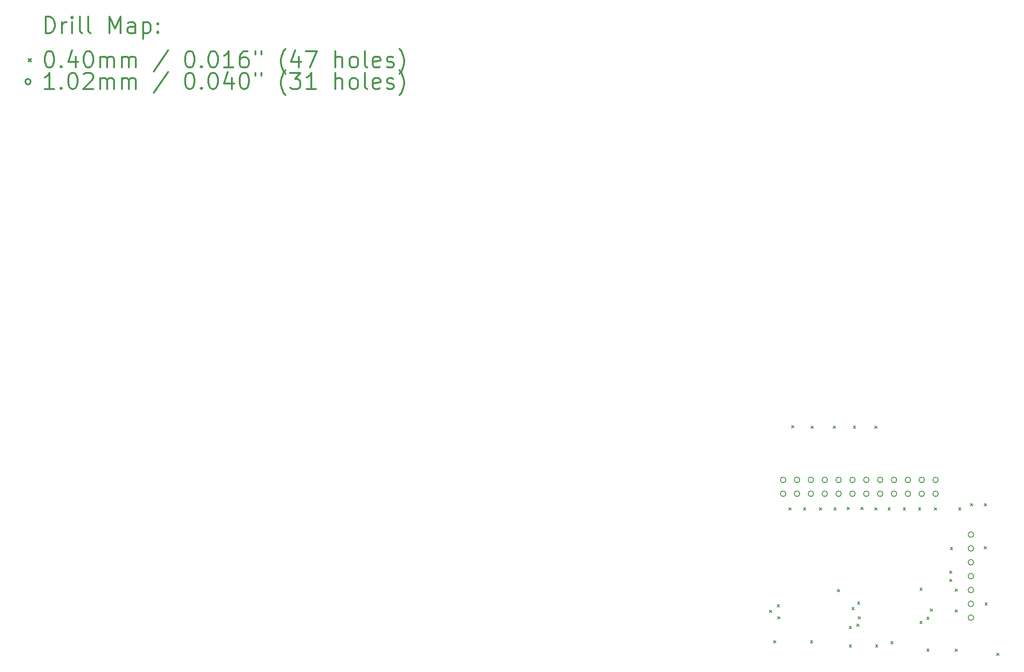
<source format=gbr>
%FSLAX45Y45*%
G04 Gerber Fmt 4.5, Leading zero omitted, Abs format (unit mm)*
G04 Created by KiCad (PCBNEW 4.0.6) date 12/20/17 19:23:42*
%MOMM*%
%LPD*%
G01*
G04 APERTURE LIST*
%ADD10C,0.127000*%
%ADD11C,0.200000*%
%ADD12C,0.300000*%
G04 APERTURE END LIST*
D10*
D11*
X13543600Y-11054400D02*
X13583600Y-11094400D01*
X13583600Y-11054400D02*
X13543600Y-11094400D01*
X13619800Y-11613200D02*
X13659800Y-11653200D01*
X13659800Y-11613200D02*
X13619800Y-11653200D01*
X13683300Y-10952800D02*
X13723300Y-10992800D01*
X13723300Y-10952800D02*
X13683300Y-10992800D01*
X13696000Y-11168700D02*
X13736000Y-11208700D01*
X13736000Y-11168700D02*
X13696000Y-11208700D01*
X13899200Y-9174800D02*
X13939200Y-9214800D01*
X13939200Y-9174800D02*
X13899200Y-9214800D01*
X13950000Y-7663500D02*
X13990000Y-7703500D01*
X13990000Y-7663500D02*
X13950000Y-7703500D01*
X14165900Y-9174800D02*
X14205900Y-9214800D01*
X14205900Y-9174800D02*
X14165900Y-9214800D01*
X14292900Y-11613200D02*
X14332900Y-11653200D01*
X14332900Y-11613200D02*
X14292900Y-11653200D01*
X14305600Y-7676200D02*
X14345600Y-7716200D01*
X14345600Y-7676200D02*
X14305600Y-7716200D01*
X14458000Y-9174800D02*
X14498000Y-9214800D01*
X14498000Y-9174800D02*
X14458000Y-9214800D01*
X14712000Y-7676200D02*
X14752000Y-7716200D01*
X14752000Y-7676200D02*
X14712000Y-7716200D01*
X14724700Y-9174800D02*
X14764700Y-9214800D01*
X14764700Y-9174800D02*
X14724700Y-9214800D01*
X14788200Y-10673400D02*
X14828200Y-10713400D01*
X14828200Y-10673400D02*
X14788200Y-10713400D01*
X14966000Y-9162100D02*
X15006000Y-9202100D01*
X15006000Y-9162100D02*
X14966000Y-9202100D01*
X15004100Y-11346500D02*
X15044100Y-11386500D01*
X15044100Y-11346500D02*
X15004100Y-11386500D01*
X15004100Y-11689400D02*
X15044100Y-11729400D01*
X15044100Y-11689400D02*
X15004100Y-11729400D01*
X15054900Y-11003600D02*
X15094900Y-11043600D01*
X15094900Y-11003600D02*
X15054900Y-11043600D01*
X15080300Y-7676200D02*
X15120300Y-7716200D01*
X15120300Y-7676200D02*
X15080300Y-7716200D01*
X15143800Y-11308400D02*
X15183800Y-11348400D01*
X15183800Y-11308400D02*
X15143800Y-11348400D01*
X15156500Y-10902000D02*
X15196500Y-10942000D01*
X15196500Y-10902000D02*
X15156500Y-10942000D01*
X15169200Y-11168700D02*
X15209200Y-11208700D01*
X15209200Y-11168700D02*
X15169200Y-11208700D01*
X15220000Y-9162100D02*
X15260000Y-9202100D01*
X15260000Y-9162100D02*
X15220000Y-9202100D01*
X15474000Y-7676200D02*
X15514000Y-7716200D01*
X15514000Y-7676200D02*
X15474000Y-7716200D01*
X15474000Y-9174800D02*
X15514000Y-9214800D01*
X15514000Y-9174800D02*
X15474000Y-9214800D01*
X15486700Y-11689400D02*
X15526700Y-11729400D01*
X15526700Y-11689400D02*
X15486700Y-11729400D01*
X15715300Y-9174800D02*
X15755300Y-9214800D01*
X15755300Y-9174800D02*
X15715300Y-9214800D01*
X15766100Y-11625900D02*
X15806100Y-11665900D01*
X15806100Y-11625900D02*
X15766100Y-11665900D01*
X15994700Y-9174800D02*
X16034700Y-9214800D01*
X16034700Y-9174800D02*
X15994700Y-9214800D01*
X16274100Y-9174800D02*
X16314100Y-9214800D01*
X16314100Y-9174800D02*
X16274100Y-9214800D01*
X16299500Y-10648000D02*
X16339500Y-10688000D01*
X16339500Y-10648000D02*
X16299500Y-10688000D01*
X16299500Y-11257600D02*
X16339500Y-11297600D01*
X16339500Y-11257600D02*
X16299500Y-11297600D01*
X16426500Y-11181400D02*
X16466500Y-11221400D01*
X16466500Y-11181400D02*
X16426500Y-11221400D01*
X16426500Y-11765600D02*
X16466500Y-11805600D01*
X16466500Y-11765600D02*
X16426500Y-11805600D01*
X16490000Y-11029000D02*
X16530000Y-11069000D01*
X16530000Y-11029000D02*
X16490000Y-11069000D01*
X16566200Y-9174800D02*
X16606200Y-9214800D01*
X16606200Y-9174800D02*
X16566200Y-9214800D01*
X16845600Y-10330500D02*
X16885600Y-10370500D01*
X16885600Y-10330500D02*
X16845600Y-10370500D01*
X16845600Y-10482900D02*
X16885600Y-10522900D01*
X16885600Y-10482900D02*
X16845600Y-10522900D01*
X16858300Y-9898700D02*
X16898300Y-9938700D01*
X16898300Y-9898700D02*
X16858300Y-9938700D01*
X16947200Y-10660700D02*
X16987200Y-10700700D01*
X16987200Y-10660700D02*
X16947200Y-10700700D01*
X16947200Y-11041700D02*
X16987200Y-11081700D01*
X16987200Y-11041700D02*
X16947200Y-11081700D01*
X16947200Y-11765600D02*
X16987200Y-11805600D01*
X16987200Y-11765600D02*
X16947200Y-11805600D01*
X17010700Y-9174800D02*
X17050700Y-9214800D01*
X17050700Y-9174800D02*
X17010700Y-9214800D01*
X17226600Y-9098600D02*
X17266600Y-9138600D01*
X17266600Y-9098600D02*
X17226600Y-9138600D01*
X17480600Y-9098600D02*
X17520600Y-9138600D01*
X17520600Y-9098600D02*
X17480600Y-9138600D01*
X17480600Y-9886000D02*
X17520600Y-9926000D01*
X17520600Y-9886000D02*
X17480600Y-9926000D01*
X17493300Y-10914700D02*
X17533300Y-10954700D01*
X17533300Y-10914700D02*
X17493300Y-10954700D01*
X17709200Y-11841800D02*
X17749200Y-11881800D01*
X17749200Y-11841800D02*
X17709200Y-11881800D01*
X13843000Y-8661400D02*
G75*
G03X13843000Y-8661400I-50800J0D01*
G01*
X13843000Y-8915400D02*
G75*
G03X13843000Y-8915400I-50800J0D01*
G01*
X14097000Y-8661400D02*
G75*
G03X14097000Y-8661400I-50800J0D01*
G01*
X14097000Y-8915400D02*
G75*
G03X14097000Y-8915400I-50800J0D01*
G01*
X14351000Y-8661400D02*
G75*
G03X14351000Y-8661400I-50800J0D01*
G01*
X14351000Y-8915400D02*
G75*
G03X14351000Y-8915400I-50800J0D01*
G01*
X14605000Y-8661400D02*
G75*
G03X14605000Y-8661400I-50800J0D01*
G01*
X14605000Y-8915400D02*
G75*
G03X14605000Y-8915400I-50800J0D01*
G01*
X14859000Y-8661400D02*
G75*
G03X14859000Y-8661400I-50800J0D01*
G01*
X14859000Y-8915400D02*
G75*
G03X14859000Y-8915400I-50800J0D01*
G01*
X15113000Y-8661400D02*
G75*
G03X15113000Y-8661400I-50800J0D01*
G01*
X15113000Y-8915400D02*
G75*
G03X15113000Y-8915400I-50800J0D01*
G01*
X15367000Y-8661400D02*
G75*
G03X15367000Y-8661400I-50800J0D01*
G01*
X15367000Y-8915400D02*
G75*
G03X15367000Y-8915400I-50800J0D01*
G01*
X15621000Y-8661400D02*
G75*
G03X15621000Y-8661400I-50800J0D01*
G01*
X15621000Y-8915400D02*
G75*
G03X15621000Y-8915400I-50800J0D01*
G01*
X15875000Y-8661400D02*
G75*
G03X15875000Y-8661400I-50800J0D01*
G01*
X15875000Y-8915400D02*
G75*
G03X15875000Y-8915400I-50800J0D01*
G01*
X16129000Y-8661400D02*
G75*
G03X16129000Y-8661400I-50800J0D01*
G01*
X16129000Y-8915400D02*
G75*
G03X16129000Y-8915400I-50800J0D01*
G01*
X16383000Y-8661400D02*
G75*
G03X16383000Y-8661400I-50800J0D01*
G01*
X16383000Y-8915400D02*
G75*
G03X16383000Y-8915400I-50800J0D01*
G01*
X16637000Y-8661400D02*
G75*
G03X16637000Y-8661400I-50800J0D01*
G01*
X16637000Y-8915400D02*
G75*
G03X16637000Y-8915400I-50800J0D01*
G01*
X17284700Y-9664700D02*
G75*
G03X17284700Y-9664700I-50800J0D01*
G01*
X17284700Y-9918700D02*
G75*
G03X17284700Y-9918700I-50800J0D01*
G01*
X17284700Y-10172700D02*
G75*
G03X17284700Y-10172700I-50800J0D01*
G01*
X17284700Y-10426700D02*
G75*
G03X17284700Y-10426700I-50800J0D01*
G01*
X17284700Y-10680700D02*
G75*
G03X17284700Y-10680700I-50800J0D01*
G01*
X17284700Y-10934700D02*
G75*
G03X17284700Y-10934700I-50800J0D01*
G01*
X17284700Y-11188700D02*
G75*
G03X17284700Y-11188700I-50800J0D01*
G01*
D12*
X271429Y-465714D02*
X271429Y-165714D01*
X342857Y-165714D01*
X385714Y-180000D01*
X414286Y-208571D01*
X428571Y-237143D01*
X442857Y-294286D01*
X442857Y-337143D01*
X428571Y-394286D01*
X414286Y-422857D01*
X385714Y-451429D01*
X342857Y-465714D01*
X271429Y-465714D01*
X571429Y-465714D02*
X571429Y-265714D01*
X571429Y-322857D02*
X585714Y-294286D01*
X600000Y-280000D01*
X628571Y-265714D01*
X657143Y-265714D01*
X757143Y-465714D02*
X757143Y-265714D01*
X757143Y-165714D02*
X742857Y-180000D01*
X757143Y-194286D01*
X771429Y-180000D01*
X757143Y-165714D01*
X757143Y-194286D01*
X942857Y-465714D02*
X914286Y-451429D01*
X900000Y-422857D01*
X900000Y-165714D01*
X1100000Y-465714D02*
X1071429Y-451429D01*
X1057143Y-422857D01*
X1057143Y-165714D01*
X1442857Y-465714D02*
X1442857Y-165714D01*
X1542857Y-380000D01*
X1642857Y-165714D01*
X1642857Y-465714D01*
X1914286Y-465714D02*
X1914286Y-308571D01*
X1900000Y-280000D01*
X1871429Y-265714D01*
X1814286Y-265714D01*
X1785714Y-280000D01*
X1914286Y-451429D02*
X1885714Y-465714D01*
X1814286Y-465714D01*
X1785714Y-451429D01*
X1771429Y-422857D01*
X1771429Y-394286D01*
X1785714Y-365714D01*
X1814286Y-351429D01*
X1885714Y-351429D01*
X1914286Y-337143D01*
X2057143Y-265714D02*
X2057143Y-565714D01*
X2057143Y-280000D02*
X2085714Y-265714D01*
X2142857Y-265714D01*
X2171429Y-280000D01*
X2185714Y-294286D01*
X2200000Y-322857D01*
X2200000Y-408571D01*
X2185714Y-437143D01*
X2171429Y-451429D01*
X2142857Y-465714D01*
X2085714Y-465714D01*
X2057143Y-451429D01*
X2328572Y-437143D02*
X2342857Y-451429D01*
X2328572Y-465714D01*
X2314286Y-451429D01*
X2328572Y-437143D01*
X2328572Y-465714D01*
X2328572Y-280000D02*
X2342857Y-294286D01*
X2328572Y-308571D01*
X2314286Y-294286D01*
X2328572Y-280000D01*
X2328572Y-308571D01*
X-40000Y-940000D02*
X0Y-980000D01*
X0Y-940000D02*
X-40000Y-980000D01*
X328571Y-795714D02*
X357143Y-795714D01*
X385714Y-810000D01*
X400000Y-824286D01*
X414286Y-852857D01*
X428571Y-910000D01*
X428571Y-981429D01*
X414286Y-1038571D01*
X400000Y-1067143D01*
X385714Y-1081429D01*
X357143Y-1095714D01*
X328571Y-1095714D01*
X300000Y-1081429D01*
X285714Y-1067143D01*
X271429Y-1038571D01*
X257143Y-981429D01*
X257143Y-910000D01*
X271429Y-852857D01*
X285714Y-824286D01*
X300000Y-810000D01*
X328571Y-795714D01*
X557143Y-1067143D02*
X571429Y-1081429D01*
X557143Y-1095714D01*
X542857Y-1081429D01*
X557143Y-1067143D01*
X557143Y-1095714D01*
X828571Y-895714D02*
X828571Y-1095714D01*
X757143Y-781429D02*
X685714Y-995714D01*
X871428Y-995714D01*
X1042857Y-795714D02*
X1071429Y-795714D01*
X1100000Y-810000D01*
X1114286Y-824286D01*
X1128571Y-852857D01*
X1142857Y-910000D01*
X1142857Y-981429D01*
X1128571Y-1038571D01*
X1114286Y-1067143D01*
X1100000Y-1081429D01*
X1071429Y-1095714D01*
X1042857Y-1095714D01*
X1014286Y-1081429D01*
X1000000Y-1067143D01*
X985714Y-1038571D01*
X971429Y-981429D01*
X971429Y-910000D01*
X985714Y-852857D01*
X1000000Y-824286D01*
X1014286Y-810000D01*
X1042857Y-795714D01*
X1271429Y-1095714D02*
X1271429Y-895714D01*
X1271429Y-924286D02*
X1285714Y-910000D01*
X1314286Y-895714D01*
X1357143Y-895714D01*
X1385714Y-910000D01*
X1400000Y-938571D01*
X1400000Y-1095714D01*
X1400000Y-938571D02*
X1414286Y-910000D01*
X1442857Y-895714D01*
X1485714Y-895714D01*
X1514286Y-910000D01*
X1528571Y-938571D01*
X1528571Y-1095714D01*
X1671429Y-1095714D02*
X1671429Y-895714D01*
X1671429Y-924286D02*
X1685714Y-910000D01*
X1714286Y-895714D01*
X1757143Y-895714D01*
X1785714Y-910000D01*
X1800000Y-938571D01*
X1800000Y-1095714D01*
X1800000Y-938571D02*
X1814286Y-910000D01*
X1842857Y-895714D01*
X1885714Y-895714D01*
X1914286Y-910000D01*
X1928571Y-938571D01*
X1928571Y-1095714D01*
X2514286Y-781429D02*
X2257143Y-1167143D01*
X2900000Y-795714D02*
X2928571Y-795714D01*
X2957143Y-810000D01*
X2971428Y-824286D01*
X2985714Y-852857D01*
X3000000Y-910000D01*
X3000000Y-981429D01*
X2985714Y-1038571D01*
X2971428Y-1067143D01*
X2957143Y-1081429D01*
X2928571Y-1095714D01*
X2900000Y-1095714D01*
X2871428Y-1081429D01*
X2857143Y-1067143D01*
X2842857Y-1038571D01*
X2828571Y-981429D01*
X2828571Y-910000D01*
X2842857Y-852857D01*
X2857143Y-824286D01*
X2871428Y-810000D01*
X2900000Y-795714D01*
X3128571Y-1067143D02*
X3142857Y-1081429D01*
X3128571Y-1095714D01*
X3114286Y-1081429D01*
X3128571Y-1067143D01*
X3128571Y-1095714D01*
X3328571Y-795714D02*
X3357143Y-795714D01*
X3385714Y-810000D01*
X3400000Y-824286D01*
X3414286Y-852857D01*
X3428571Y-910000D01*
X3428571Y-981429D01*
X3414286Y-1038571D01*
X3400000Y-1067143D01*
X3385714Y-1081429D01*
X3357143Y-1095714D01*
X3328571Y-1095714D01*
X3300000Y-1081429D01*
X3285714Y-1067143D01*
X3271428Y-1038571D01*
X3257143Y-981429D01*
X3257143Y-910000D01*
X3271428Y-852857D01*
X3285714Y-824286D01*
X3300000Y-810000D01*
X3328571Y-795714D01*
X3714286Y-1095714D02*
X3542857Y-1095714D01*
X3628571Y-1095714D02*
X3628571Y-795714D01*
X3600000Y-838571D01*
X3571428Y-867143D01*
X3542857Y-881429D01*
X3971428Y-795714D02*
X3914286Y-795714D01*
X3885714Y-810000D01*
X3871428Y-824286D01*
X3842857Y-867143D01*
X3828571Y-924286D01*
X3828571Y-1038571D01*
X3842857Y-1067143D01*
X3857143Y-1081429D01*
X3885714Y-1095714D01*
X3942857Y-1095714D01*
X3971428Y-1081429D01*
X3985714Y-1067143D01*
X4000000Y-1038571D01*
X4000000Y-967143D01*
X3985714Y-938571D01*
X3971428Y-924286D01*
X3942857Y-910000D01*
X3885714Y-910000D01*
X3857143Y-924286D01*
X3842857Y-938571D01*
X3828571Y-967143D01*
X4114286Y-795714D02*
X4114286Y-852857D01*
X4228571Y-795714D02*
X4228571Y-852857D01*
X4671429Y-1210000D02*
X4657143Y-1195714D01*
X4628571Y-1152857D01*
X4614286Y-1124286D01*
X4600000Y-1081429D01*
X4585714Y-1010000D01*
X4585714Y-952857D01*
X4600000Y-881429D01*
X4614286Y-838571D01*
X4628571Y-810000D01*
X4657143Y-767143D01*
X4671429Y-752857D01*
X4914286Y-895714D02*
X4914286Y-1095714D01*
X4842857Y-781429D02*
X4771429Y-995714D01*
X4957143Y-995714D01*
X5042857Y-795714D02*
X5242857Y-795714D01*
X5114286Y-1095714D01*
X5585714Y-1095714D02*
X5585714Y-795714D01*
X5714286Y-1095714D02*
X5714286Y-938571D01*
X5700000Y-910000D01*
X5671428Y-895714D01*
X5628571Y-895714D01*
X5600000Y-910000D01*
X5585714Y-924286D01*
X5900000Y-1095714D02*
X5871428Y-1081429D01*
X5857143Y-1067143D01*
X5842857Y-1038571D01*
X5842857Y-952857D01*
X5857143Y-924286D01*
X5871428Y-910000D01*
X5900000Y-895714D01*
X5942857Y-895714D01*
X5971428Y-910000D01*
X5985714Y-924286D01*
X6000000Y-952857D01*
X6000000Y-1038571D01*
X5985714Y-1067143D01*
X5971428Y-1081429D01*
X5942857Y-1095714D01*
X5900000Y-1095714D01*
X6171428Y-1095714D02*
X6142857Y-1081429D01*
X6128571Y-1052857D01*
X6128571Y-795714D01*
X6400000Y-1081429D02*
X6371429Y-1095714D01*
X6314286Y-1095714D01*
X6285714Y-1081429D01*
X6271429Y-1052857D01*
X6271429Y-938571D01*
X6285714Y-910000D01*
X6314286Y-895714D01*
X6371429Y-895714D01*
X6400000Y-910000D01*
X6414286Y-938571D01*
X6414286Y-967143D01*
X6271429Y-995714D01*
X6528571Y-1081429D02*
X6557143Y-1095714D01*
X6614286Y-1095714D01*
X6642857Y-1081429D01*
X6657143Y-1052857D01*
X6657143Y-1038571D01*
X6642857Y-1010000D01*
X6614286Y-995714D01*
X6571429Y-995714D01*
X6542857Y-981429D01*
X6528571Y-952857D01*
X6528571Y-938571D01*
X6542857Y-910000D01*
X6571429Y-895714D01*
X6614286Y-895714D01*
X6642857Y-910000D01*
X6757143Y-1210000D02*
X6771429Y-1195714D01*
X6800000Y-1152857D01*
X6814286Y-1124286D01*
X6828571Y-1081429D01*
X6842857Y-1010000D01*
X6842857Y-952857D01*
X6828571Y-881429D01*
X6814286Y-838571D01*
X6800000Y-810000D01*
X6771429Y-767143D01*
X6757143Y-752857D01*
X0Y-1356000D02*
G75*
G03X0Y-1356000I-50800J0D01*
G01*
X428571Y-1491714D02*
X257143Y-1491714D01*
X342857Y-1491714D02*
X342857Y-1191714D01*
X314286Y-1234571D01*
X285714Y-1263143D01*
X257143Y-1277429D01*
X557143Y-1463143D02*
X571429Y-1477429D01*
X557143Y-1491714D01*
X542857Y-1477429D01*
X557143Y-1463143D01*
X557143Y-1491714D01*
X757143Y-1191714D02*
X785714Y-1191714D01*
X814286Y-1206000D01*
X828571Y-1220286D01*
X842857Y-1248857D01*
X857143Y-1306000D01*
X857143Y-1377429D01*
X842857Y-1434571D01*
X828571Y-1463143D01*
X814286Y-1477429D01*
X785714Y-1491714D01*
X757143Y-1491714D01*
X728571Y-1477429D01*
X714286Y-1463143D01*
X700000Y-1434571D01*
X685714Y-1377429D01*
X685714Y-1306000D01*
X700000Y-1248857D01*
X714286Y-1220286D01*
X728571Y-1206000D01*
X757143Y-1191714D01*
X971429Y-1220286D02*
X985714Y-1206000D01*
X1014286Y-1191714D01*
X1085714Y-1191714D01*
X1114286Y-1206000D01*
X1128571Y-1220286D01*
X1142857Y-1248857D01*
X1142857Y-1277429D01*
X1128571Y-1320286D01*
X957143Y-1491714D01*
X1142857Y-1491714D01*
X1271429Y-1491714D02*
X1271429Y-1291714D01*
X1271429Y-1320286D02*
X1285714Y-1306000D01*
X1314286Y-1291714D01*
X1357143Y-1291714D01*
X1385714Y-1306000D01*
X1400000Y-1334571D01*
X1400000Y-1491714D01*
X1400000Y-1334571D02*
X1414286Y-1306000D01*
X1442857Y-1291714D01*
X1485714Y-1291714D01*
X1514286Y-1306000D01*
X1528571Y-1334571D01*
X1528571Y-1491714D01*
X1671429Y-1491714D02*
X1671429Y-1291714D01*
X1671429Y-1320286D02*
X1685714Y-1306000D01*
X1714286Y-1291714D01*
X1757143Y-1291714D01*
X1785714Y-1306000D01*
X1800000Y-1334571D01*
X1800000Y-1491714D01*
X1800000Y-1334571D02*
X1814286Y-1306000D01*
X1842857Y-1291714D01*
X1885714Y-1291714D01*
X1914286Y-1306000D01*
X1928571Y-1334571D01*
X1928571Y-1491714D01*
X2514286Y-1177429D02*
X2257143Y-1563143D01*
X2900000Y-1191714D02*
X2928571Y-1191714D01*
X2957143Y-1206000D01*
X2971428Y-1220286D01*
X2985714Y-1248857D01*
X3000000Y-1306000D01*
X3000000Y-1377429D01*
X2985714Y-1434571D01*
X2971428Y-1463143D01*
X2957143Y-1477429D01*
X2928571Y-1491714D01*
X2900000Y-1491714D01*
X2871428Y-1477429D01*
X2857143Y-1463143D01*
X2842857Y-1434571D01*
X2828571Y-1377429D01*
X2828571Y-1306000D01*
X2842857Y-1248857D01*
X2857143Y-1220286D01*
X2871428Y-1206000D01*
X2900000Y-1191714D01*
X3128571Y-1463143D02*
X3142857Y-1477429D01*
X3128571Y-1491714D01*
X3114286Y-1477429D01*
X3128571Y-1463143D01*
X3128571Y-1491714D01*
X3328571Y-1191714D02*
X3357143Y-1191714D01*
X3385714Y-1206000D01*
X3400000Y-1220286D01*
X3414286Y-1248857D01*
X3428571Y-1306000D01*
X3428571Y-1377429D01*
X3414286Y-1434571D01*
X3400000Y-1463143D01*
X3385714Y-1477429D01*
X3357143Y-1491714D01*
X3328571Y-1491714D01*
X3300000Y-1477429D01*
X3285714Y-1463143D01*
X3271428Y-1434571D01*
X3257143Y-1377429D01*
X3257143Y-1306000D01*
X3271428Y-1248857D01*
X3285714Y-1220286D01*
X3300000Y-1206000D01*
X3328571Y-1191714D01*
X3685714Y-1291714D02*
X3685714Y-1491714D01*
X3614286Y-1177429D02*
X3542857Y-1391714D01*
X3728571Y-1391714D01*
X3900000Y-1191714D02*
X3928571Y-1191714D01*
X3957143Y-1206000D01*
X3971428Y-1220286D01*
X3985714Y-1248857D01*
X4000000Y-1306000D01*
X4000000Y-1377429D01*
X3985714Y-1434571D01*
X3971428Y-1463143D01*
X3957143Y-1477429D01*
X3928571Y-1491714D01*
X3900000Y-1491714D01*
X3871428Y-1477429D01*
X3857143Y-1463143D01*
X3842857Y-1434571D01*
X3828571Y-1377429D01*
X3828571Y-1306000D01*
X3842857Y-1248857D01*
X3857143Y-1220286D01*
X3871428Y-1206000D01*
X3900000Y-1191714D01*
X4114286Y-1191714D02*
X4114286Y-1248857D01*
X4228571Y-1191714D02*
X4228571Y-1248857D01*
X4671429Y-1606000D02*
X4657143Y-1591714D01*
X4628571Y-1548857D01*
X4614286Y-1520286D01*
X4600000Y-1477429D01*
X4585714Y-1406000D01*
X4585714Y-1348857D01*
X4600000Y-1277429D01*
X4614286Y-1234571D01*
X4628571Y-1206000D01*
X4657143Y-1163143D01*
X4671429Y-1148857D01*
X4757143Y-1191714D02*
X4942857Y-1191714D01*
X4842857Y-1306000D01*
X4885714Y-1306000D01*
X4914286Y-1320286D01*
X4928571Y-1334571D01*
X4942857Y-1363143D01*
X4942857Y-1434571D01*
X4928571Y-1463143D01*
X4914286Y-1477429D01*
X4885714Y-1491714D01*
X4800000Y-1491714D01*
X4771429Y-1477429D01*
X4757143Y-1463143D01*
X5228571Y-1491714D02*
X5057143Y-1491714D01*
X5142857Y-1491714D02*
X5142857Y-1191714D01*
X5114286Y-1234571D01*
X5085714Y-1263143D01*
X5057143Y-1277429D01*
X5585714Y-1491714D02*
X5585714Y-1191714D01*
X5714286Y-1491714D02*
X5714286Y-1334571D01*
X5700000Y-1306000D01*
X5671428Y-1291714D01*
X5628571Y-1291714D01*
X5600000Y-1306000D01*
X5585714Y-1320286D01*
X5900000Y-1491714D02*
X5871428Y-1477429D01*
X5857143Y-1463143D01*
X5842857Y-1434571D01*
X5842857Y-1348857D01*
X5857143Y-1320286D01*
X5871428Y-1306000D01*
X5900000Y-1291714D01*
X5942857Y-1291714D01*
X5971428Y-1306000D01*
X5985714Y-1320286D01*
X6000000Y-1348857D01*
X6000000Y-1434571D01*
X5985714Y-1463143D01*
X5971428Y-1477429D01*
X5942857Y-1491714D01*
X5900000Y-1491714D01*
X6171428Y-1491714D02*
X6142857Y-1477429D01*
X6128571Y-1448857D01*
X6128571Y-1191714D01*
X6400000Y-1477429D02*
X6371429Y-1491714D01*
X6314286Y-1491714D01*
X6285714Y-1477429D01*
X6271429Y-1448857D01*
X6271429Y-1334571D01*
X6285714Y-1306000D01*
X6314286Y-1291714D01*
X6371429Y-1291714D01*
X6400000Y-1306000D01*
X6414286Y-1334571D01*
X6414286Y-1363143D01*
X6271429Y-1391714D01*
X6528571Y-1477429D02*
X6557143Y-1491714D01*
X6614286Y-1491714D01*
X6642857Y-1477429D01*
X6657143Y-1448857D01*
X6657143Y-1434571D01*
X6642857Y-1406000D01*
X6614286Y-1391714D01*
X6571429Y-1391714D01*
X6542857Y-1377429D01*
X6528571Y-1348857D01*
X6528571Y-1334571D01*
X6542857Y-1306000D01*
X6571429Y-1291714D01*
X6614286Y-1291714D01*
X6642857Y-1306000D01*
X6757143Y-1606000D02*
X6771429Y-1591714D01*
X6800000Y-1548857D01*
X6814286Y-1520286D01*
X6828571Y-1477429D01*
X6842857Y-1406000D01*
X6842857Y-1348857D01*
X6828571Y-1277429D01*
X6814286Y-1234571D01*
X6800000Y-1206000D01*
X6771429Y-1163143D01*
X6757143Y-1148857D01*
M02*

</source>
